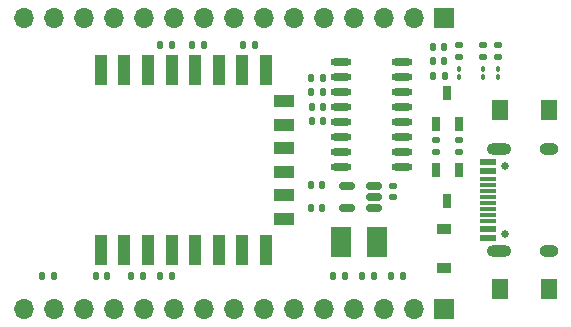
<source format=gbr>
%TF.GenerationSoftware,KiCad,Pcbnew,(6.0.0)*%
%TF.CreationDate,2022-01-20T02:14:20+08:00*%
%TF.ProjectId,NodeMcu,4e6f6465-4d63-4752-9e6b-696361645f70,rev?*%
%TF.SameCoordinates,Original*%
%TF.FileFunction,Soldermask,Top*%
%TF.FilePolarity,Negative*%
%FSLAX46Y46*%
G04 Gerber Fmt 4.6, Leading zero omitted, Abs format (unit mm)*
G04 Created by KiCad (PCBNEW (6.0.0)) date 2022-01-20 02:14:20*
%MOMM*%
%LPD*%
G01*
G04 APERTURE LIST*
G04 Aperture macros list*
%AMRoundRect*
0 Rectangle with rounded corners*
0 $1 Rounding radius*
0 $2 $3 $4 $5 $6 $7 $8 $9 X,Y pos of 4 corners*
0 Add a 4 corners polygon primitive as box body*
4,1,4,$2,$3,$4,$5,$6,$7,$8,$9,$2,$3,0*
0 Add four circle primitives for the rounded corners*
1,1,$1+$1,$2,$3*
1,1,$1+$1,$4,$5*
1,1,$1+$1,$6,$7*
1,1,$1+$1,$8,$9*
0 Add four rect primitives between the rounded corners*
20,1,$1+$1,$2,$3,$4,$5,0*
20,1,$1+$1,$4,$5,$6,$7,0*
20,1,$1+$1,$6,$7,$8,$9,0*
20,1,$1+$1,$8,$9,$2,$3,0*%
G04 Aperture macros list end*
%ADD10RoundRect,0.135000X-0.185000X0.135000X-0.185000X-0.135000X0.185000X-0.135000X0.185000X0.135000X0*%
%ADD11RoundRect,0.135000X0.135000X0.185000X-0.135000X0.185000X-0.135000X-0.185000X0.135000X-0.185000X0*%
%ADD12R,0.650000X1.220000*%
%ADD13RoundRect,0.135000X0.185000X-0.135000X0.185000X0.135000X-0.185000X0.135000X-0.185000X-0.135000X0*%
%ADD14R,1.200000X0.900000*%
%ADD15RoundRect,0.135000X-0.135000X-0.185000X0.135000X-0.185000X0.135000X0.185000X-0.135000X0.185000X0*%
%ADD16R,1.700000X1.700000*%
%ADD17O,1.700000X1.700000*%
%ADD18RoundRect,0.150000X0.512500X0.150000X-0.512500X0.150000X-0.512500X-0.150000X0.512500X-0.150000X0*%
%ADD19R,1.350000X1.800000*%
%ADD20RoundRect,0.140000X-0.140000X-0.170000X0.140000X-0.170000X0.140000X0.170000X-0.140000X0.170000X0*%
%ADD21C,0.650000*%
%ADD22R,1.450000X0.600000*%
%ADD23R,1.450000X0.300000*%
%ADD24O,1.600000X1.000000*%
%ADD25O,2.100000X1.000000*%
%ADD26RoundRect,0.140000X0.140000X0.170000X-0.140000X0.170000X-0.140000X-0.170000X0.140000X-0.170000X0*%
%ADD27R,1.000000X2.500000*%
%ADD28R,1.800000X1.000000*%
%ADD29O,1.800000X0.600000*%
%ADD30RoundRect,0.100000X0.100000X-0.130000X0.100000X0.130000X-0.100000X0.130000X-0.100000X-0.130000X0*%
%ADD31R,1.800000X2.600000*%
%ADD32RoundRect,0.140000X-0.170000X0.140000X-0.170000X-0.140000X0.170000X-0.140000X0.170000X0.140000X0*%
G04 APERTURE END LIST*
D10*
%TO.C,R5*%
X133015712Y-54279713D03*
X133015712Y-55299713D03*
%TD*%
D11*
%TO.C,R10*%
X121310000Y-73850000D03*
X120290000Y-73850000D03*
%TD*%
%TO.C,R17*%
X104185000Y-73850000D03*
X103165000Y-73850000D03*
%TD*%
D12*
%TO.C,Q2*%
X129050000Y-60910000D03*
X130950000Y-60910000D03*
X130000000Y-58290000D03*
%TD*%
D13*
%TO.C,R14*%
X130975000Y-63310000D03*
X130975000Y-62290000D03*
%TD*%
D14*
%TO.C,D4*%
X129700000Y-69875000D03*
X129700000Y-73175000D03*
%TD*%
D15*
%TO.C,R2*%
X105690000Y-54300000D03*
X106710000Y-54300000D03*
%TD*%
D16*
%TO.C,J1*%
X129675000Y-76625000D03*
D17*
X127135000Y-76625000D03*
X124595000Y-76625000D03*
X122055000Y-76625000D03*
X119515000Y-76625000D03*
X116975000Y-76625000D03*
X114435000Y-76625000D03*
X111895000Y-76625000D03*
X109355000Y-76625000D03*
X106815000Y-76625000D03*
X104275000Y-76625000D03*
X101735000Y-76625000D03*
X99195000Y-76625000D03*
X96655000Y-76625000D03*
X94115000Y-76625000D03*
%TD*%
D15*
%TO.C,R11*%
X112710000Y-54300000D03*
X113730000Y-54300000D03*
%TD*%
D18*
%TO.C,U2*%
X123800000Y-68075000D03*
X123800000Y-67125000D03*
X123800000Y-66175000D03*
X121525000Y-66175000D03*
X121525000Y-68075000D03*
%TD*%
D19*
%TO.C,SW2*%
X134425000Y-59750000D03*
X138575000Y-59750000D03*
%TD*%
D16*
%TO.C,J2*%
X129675000Y-51950000D03*
D17*
X127135000Y-51950000D03*
X124595000Y-51950000D03*
X122055000Y-51950000D03*
X119515000Y-51950000D03*
X116975000Y-51950000D03*
X114435000Y-51950000D03*
X111895000Y-51950000D03*
X109355000Y-51950000D03*
X106815000Y-51950000D03*
X104275000Y-51950000D03*
X101735000Y-51950000D03*
X99195000Y-51950000D03*
X96655000Y-51950000D03*
X94115000Y-51950000D03*
%TD*%
D15*
%TO.C,R12*%
X118430000Y-57050000D03*
X119450000Y-57050000D03*
%TD*%
%TO.C,R8*%
X122740000Y-73850000D03*
X123760000Y-73850000D03*
%TD*%
D20*
%TO.C,C2*%
X128775000Y-54399500D03*
X129735000Y-54399500D03*
%TD*%
D15*
%TO.C,R6*%
X105665000Y-73850000D03*
X106685000Y-73850000D03*
%TD*%
D19*
%TO.C,SW1*%
X134425000Y-74950000D03*
X138575000Y-74950000D03*
%TD*%
D21*
%TO.C,J3*%
X134910000Y-64485000D03*
X134910000Y-70265000D03*
D22*
X133465000Y-70625000D03*
X133465000Y-69825000D03*
D23*
X133465000Y-68625000D03*
X133465000Y-67625000D03*
X133465000Y-67125000D03*
X133465000Y-66125000D03*
D22*
X133465000Y-64925000D03*
X133465000Y-64125000D03*
X133465000Y-64125000D03*
X133465000Y-64925000D03*
D23*
X133465000Y-65625000D03*
X133465000Y-66625000D03*
X133465000Y-68125000D03*
X133465000Y-69125000D03*
D22*
X133465000Y-69825000D03*
X133465000Y-70625000D03*
D24*
X138560000Y-71695000D03*
D25*
X134380000Y-71695000D03*
X134380000Y-63055000D03*
D24*
X138560000Y-63055000D03*
%TD*%
D26*
%TO.C,C8*%
X101160000Y-73850000D03*
X100200000Y-73850000D03*
%TD*%
D15*
%TO.C,R9*%
X128765000Y-56850000D03*
X129785000Y-56850000D03*
%TD*%
D27*
%TO.C,U1*%
X100640000Y-71600000D03*
X102640000Y-71600000D03*
X104640000Y-71600000D03*
X106640000Y-71600000D03*
X108640000Y-71600000D03*
X110640000Y-71600000D03*
X112640000Y-71600000D03*
X114640000Y-71600000D03*
D28*
X116140000Y-69000000D03*
X116140000Y-67000000D03*
X116140000Y-65000000D03*
X116140000Y-63000000D03*
X116140000Y-61000000D03*
X116140000Y-59000000D03*
D27*
X114640000Y-56400000D03*
X112640000Y-56400000D03*
X110640000Y-56400000D03*
X108640000Y-56400000D03*
X106640000Y-56400000D03*
X104640000Y-56400000D03*
X102640000Y-56400000D03*
X100640000Y-56400000D03*
%TD*%
D29*
%TO.C,U3*%
X120975000Y-55690000D03*
X120975000Y-56960000D03*
X120975000Y-58230000D03*
X120975000Y-59500000D03*
X120975000Y-60770000D03*
X120975000Y-62040000D03*
X120975000Y-63310000D03*
X120975000Y-64580000D03*
X126175000Y-64580000D03*
X126175000Y-63310000D03*
X126175000Y-62040000D03*
X126175000Y-60770000D03*
X126175000Y-59500000D03*
X126175000Y-58230000D03*
X126175000Y-56960000D03*
X126175000Y-55690000D03*
%TD*%
D20*
%TO.C,C3*%
X128775000Y-55650500D03*
X129735000Y-55650500D03*
%TD*%
D11*
%TO.C,R13*%
X119480530Y-58257134D03*
X118460530Y-58257134D03*
%TD*%
D26*
%TO.C,C4*%
X119480000Y-59500000D03*
X118520000Y-59500000D03*
%TD*%
D11*
%TO.C,R7*%
X126210000Y-73850000D03*
X125190000Y-73850000D03*
%TD*%
%TO.C,R3*%
X109410000Y-54300000D03*
X108390000Y-54300000D03*
%TD*%
D10*
%TO.C,R1*%
X131000000Y-54280000D03*
X131000000Y-55300000D03*
%TD*%
D12*
%TO.C,Q1*%
X130950000Y-64840000D03*
X129050000Y-64840000D03*
X130000000Y-67460000D03*
%TD*%
D30*
%TO.C,D2*%
X134240712Y-56949713D03*
X134240712Y-56309713D03*
%TD*%
D26*
%TO.C,C7*%
X119400000Y-68075000D03*
X118440000Y-68075000D03*
%TD*%
D30*
%TO.C,D3*%
X133015712Y-56949713D03*
X133015712Y-56309713D03*
%TD*%
%TO.C,D1*%
X131012000Y-56945000D03*
X131012000Y-56305000D03*
%TD*%
D26*
%TO.C,C6*%
X119400000Y-66075000D03*
X118440000Y-66075000D03*
%TD*%
D31*
%TO.C,C1*%
X121000000Y-70900000D03*
X124000000Y-70900000D03*
%TD*%
D32*
%TO.C,C5*%
X125400000Y-66200000D03*
X125400000Y-67160000D03*
%TD*%
D11*
%TO.C,R16*%
X96710000Y-73850000D03*
X95690000Y-73850000D03*
%TD*%
D10*
%TO.C,R15*%
X129025000Y-62290000D03*
X129025000Y-63310000D03*
%TD*%
%TO.C,R4*%
X134240712Y-54279713D03*
X134240712Y-55299713D03*
%TD*%
D26*
%TO.C,C9*%
X119480000Y-60700000D03*
X118520000Y-60700000D03*
%TD*%
M02*

</source>
